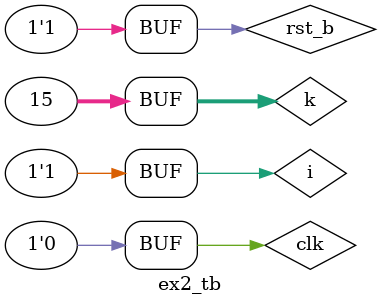
<source format=v>
module ex2(input clk, input rst_b, input i, output reg o);
  localparam S0=0, S1=1, S2=2, S3=3, S4=4;
  
  reg [3:0] state, next_state;
  initial state=S0;
  
  always @(*) begin
    next_state=state;
    o=0;
    case(state)
      S0 : begin
        o=0;
        if(i)next_state=S1;
        else next_state=S0;
      end
      S1 : begin
        o=0;
        if(i)next_state=S1;
        else next_state=S2;
      end
      S2 : begin
        o=0;
        if(i)next_state=S3;
        else next_state=S0;
      end
      S3 : begin
        o=0;
        if(i)next_state=S4;
        else next_state=S2;
      end
      S4 : begin
        o=1;
        if(i)next_state=S1;
        else next_state=S2;
      end
    endcase
  end
  
  always @(posedge clk, negedge rst_b) begin
    if(!rst_b)state<=S0;
    else state<=next_state;
  end
endmodule
  
  module ex2_tb;
    reg i,clk,rst_b;
    wire o;
    
    ex2 dut(
      .clk(clk),
      .i(i),
      .o(o));
      
    initial begin
      clk=0;
      rst_b=0;
      i=1;
    end
    
    integer k;
    initial begin
      for(k=0;k<=14;k=k+1) begin
        #50;
        clk=~clk;
      end
    end
    
    initial begin
      #25;
      rst_b=1;
    end
    
    initial begin
      #100;
      i=0;
      #100;
      i=1;
      #200;
      i=0;
      #100;
      i=1;
    end
    
  endmodule
      
</source>
